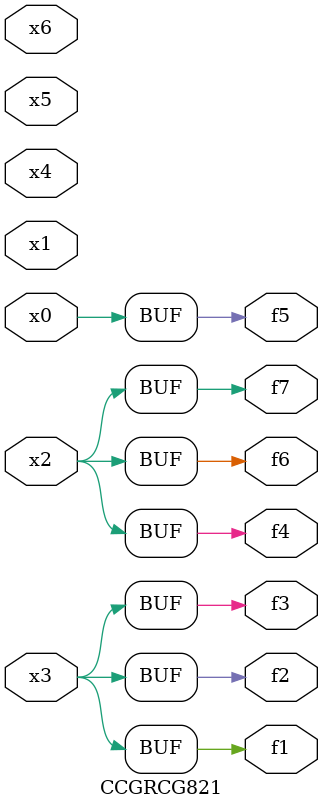
<source format=v>
module CCGRCG821(
	input x0, x1, x2, x3, x4, x5, x6,
	output f1, f2, f3, f4, f5, f6, f7
);
	assign f1 = x3;
	assign f2 = x3;
	assign f3 = x3;
	assign f4 = x2;
	assign f5 = x0;
	assign f6 = x2;
	assign f7 = x2;
endmodule

</source>
